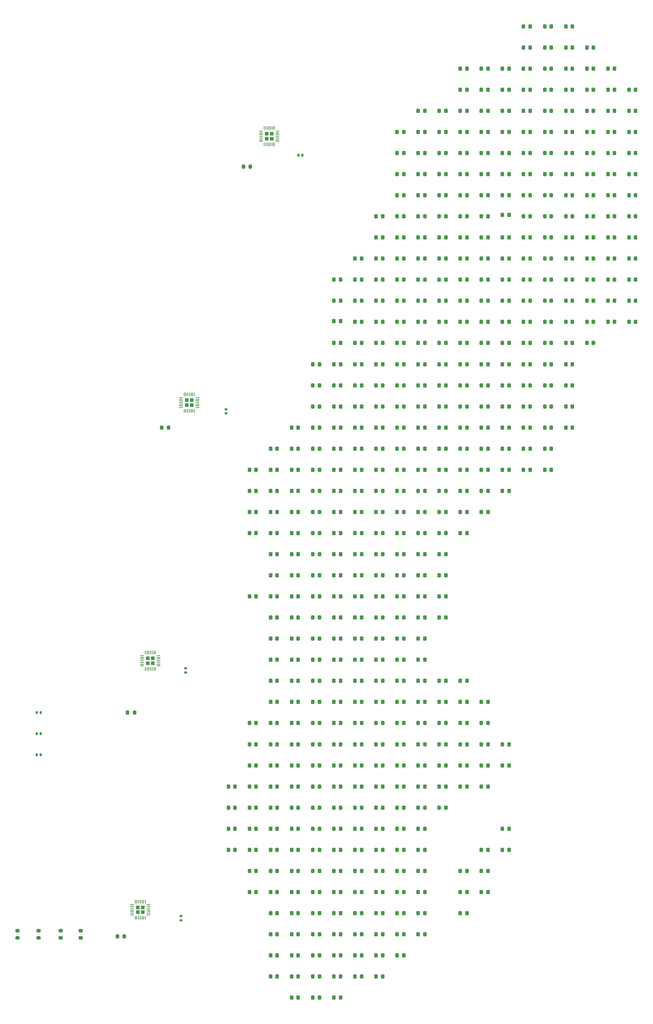
<source format=gtp>
G04 #@! TF.GenerationSoftware,KiCad,Pcbnew,7.0.9*
G04 #@! TF.CreationDate,2024-12-30T15:01:03+01:00*
G04 #@! TF.ProjectId,lightning-map,6c696768-746e-4696-9e67-2d6d61702e6b,rev?*
G04 #@! TF.SameCoordinates,Original*
G04 #@! TF.FileFunction,Paste,Top*
G04 #@! TF.FilePolarity,Positive*
%FSLAX46Y46*%
G04 Gerber Fmt 4.6, Leading zero omitted, Abs format (unit mm)*
G04 Created by KiCad (PCBNEW 7.0.9) date 2024-12-30 15:01:03*
%MOMM*%
%LPD*%
G01*
G04 APERTURE LIST*
G04 Aperture macros list*
%AMRoundRect*
0 Rectangle with rounded corners*
0 $1 Rounding radius*
0 $2 $3 $4 $5 $6 $7 $8 $9 X,Y pos of 4 corners*
0 Add a 4 corners polygon primitive as box body*
4,1,4,$2,$3,$4,$5,$6,$7,$8,$9,$2,$3,0*
0 Add four circle primitives for the rounded corners*
1,1,$1+$1,$2,$3*
1,1,$1+$1,$4,$5*
1,1,$1+$1,$6,$7*
1,1,$1+$1,$8,$9*
0 Add four rect primitives between the rounded corners*
20,1,$1+$1,$2,$3,$4,$5,0*
20,1,$1+$1,$4,$5,$6,$7,0*
20,1,$1+$1,$6,$7,$8,$9,0*
20,1,$1+$1,$8,$9,$2,$3,0*%
G04 Aperture macros list end*
%ADD10RoundRect,0.140000X0.140000X0.170000X-0.140000X0.170000X-0.140000X-0.170000X0.140000X-0.170000X0*%
%ADD11RoundRect,0.218750X-0.218750X-0.256250X0.218750X-0.256250X0.218750X0.256250X-0.218750X0.256250X0*%
%ADD12RoundRect,0.140000X0.170000X-0.140000X0.170000X0.140000X-0.170000X0.140000X-0.170000X-0.140000X0*%
%ADD13RoundRect,0.200000X0.275000X-0.200000X0.275000X0.200000X-0.275000X0.200000X-0.275000X-0.200000X0*%
%ADD14RoundRect,0.200000X-0.200000X-0.275000X0.200000X-0.275000X0.200000X0.275000X-0.200000X0.275000X0*%
%ADD15RoundRect,0.140000X-0.140000X-0.170000X0.140000X-0.170000X0.140000X0.170000X-0.140000X0.170000X0*%
%ADD16RoundRect,0.232500X-0.232500X-0.232500X0.232500X-0.232500X0.232500X0.232500X-0.232500X0.232500X0*%
%ADD17RoundRect,0.050000X-0.362500X-0.050000X0.362500X-0.050000X0.362500X0.050000X-0.362500X0.050000X0*%
%ADD18RoundRect,0.050000X-0.050000X-0.362500X0.050000X-0.362500X0.050000X0.362500X-0.050000X0.362500X0*%
G04 APERTURE END LIST*
D10*
X227020000Y-267500000D03*
X227980000Y-267500000D03*
D11*
X337500000Y-145000000D03*
X339075000Y-145000000D03*
X312500000Y-175000000D03*
X314075000Y-175000000D03*
X287500000Y-255000000D03*
X289075000Y-255000000D03*
X307500000Y-155000000D03*
X309075000Y-155000000D03*
X362500000Y-140000000D03*
X364075000Y-140000000D03*
X317500000Y-130000000D03*
X319075000Y-130000000D03*
X332500000Y-300000000D03*
X334075000Y-300000000D03*
D12*
X262400000Y-247980000D03*
X262400000Y-247020000D03*
D11*
X302500000Y-285000000D03*
X304075000Y-285000000D03*
X297500000Y-155000000D03*
X299075000Y-155000000D03*
X307500000Y-265000000D03*
X309075000Y-265000000D03*
X322500000Y-265000000D03*
X324075000Y-265000000D03*
X322500000Y-130000000D03*
X324075000Y-130000000D03*
X297500000Y-280000000D03*
X299075000Y-280000000D03*
X292500000Y-290000000D03*
X294075000Y-290000000D03*
X282500000Y-285000000D03*
X284075000Y-285000000D03*
X332500000Y-205000000D03*
X334075000Y-205000000D03*
X297500000Y-250000000D03*
X299075000Y-250000000D03*
X292500000Y-305000000D03*
X294075000Y-305000000D03*
X337500000Y-290000000D03*
X339075000Y-290000000D03*
X307500000Y-300000000D03*
X309075000Y-300000000D03*
X332500000Y-130000000D03*
X334075000Y-130000000D03*
X347500000Y-135000000D03*
X349075000Y-135000000D03*
X347500000Y-180000000D03*
X349075000Y-180000000D03*
X287500000Y-285000000D03*
X289075000Y-285000000D03*
X337500000Y-190000000D03*
X339075000Y-190000000D03*
X342500000Y-95000000D03*
X344075000Y-95000000D03*
X322500000Y-155000000D03*
X324075000Y-155000000D03*
X287500000Y-265000000D03*
X289075000Y-265000000D03*
X327500000Y-275000000D03*
X329075000Y-275000000D03*
X302500000Y-165000000D03*
X304075000Y-165000000D03*
X302500000Y-205000000D03*
X304075000Y-205000000D03*
X347500000Y-185000000D03*
X349075000Y-185000000D03*
X342500000Y-150000000D03*
X344075000Y-150000000D03*
X297500000Y-215000000D03*
X299075000Y-215000000D03*
X332500000Y-270000000D03*
X334075000Y-270000000D03*
X282500000Y-220000000D03*
X284075000Y-220000000D03*
X347500000Y-155000000D03*
X349075000Y-155000000D03*
X312500000Y-185000000D03*
X314075000Y-185000000D03*
X347500000Y-140000000D03*
X349075000Y-140000000D03*
X287500000Y-310000000D03*
X289075000Y-310000000D03*
X312500000Y-270000000D03*
X314075000Y-270000000D03*
X292500000Y-230000000D03*
X294075000Y-230000000D03*
X337500000Y-265000000D03*
X339075000Y-265000000D03*
D13*
X227500000Y-310825000D03*
X227500000Y-309175000D03*
D11*
X367500000Y-115000000D03*
X369075000Y-115000000D03*
X272500000Y-285000000D03*
X274075000Y-285000000D03*
X292500000Y-285000000D03*
X294075000Y-285000000D03*
X327500000Y-300000000D03*
X329075000Y-300000000D03*
X342500000Y-110000000D03*
X344075000Y-110000000D03*
X287500000Y-240000000D03*
X289075000Y-240000000D03*
D12*
X271900000Y-186680000D03*
X271900000Y-185720000D03*
D11*
X327500000Y-205000000D03*
X329075000Y-205000000D03*
X307500000Y-180000000D03*
X309075000Y-180000000D03*
X282500000Y-305000000D03*
X284075000Y-305000000D03*
X312500000Y-255000000D03*
X314075000Y-255000000D03*
X302500000Y-280000000D03*
X304075000Y-280000000D03*
X347500000Y-115000000D03*
X349075000Y-115000000D03*
X317500000Y-280000000D03*
X319075000Y-280000000D03*
X357500000Y-145000000D03*
X359075000Y-145000000D03*
X317500000Y-290000000D03*
X319075000Y-290000000D03*
X292500000Y-325000000D03*
X294075000Y-325000000D03*
X357500000Y-135000000D03*
X359075000Y-135000000D03*
X317500000Y-305000000D03*
X319075000Y-305000000D03*
X322500000Y-200000000D03*
X324075000Y-200000000D03*
X302500000Y-195000000D03*
X304075000Y-195000000D03*
X312500000Y-245000000D03*
X314075000Y-245000000D03*
X287500000Y-195000000D03*
X289075000Y-195000000D03*
X292500000Y-215000000D03*
X294075000Y-215000000D03*
X342500000Y-130000000D03*
X344075000Y-130000000D03*
X307500000Y-305000000D03*
X309075000Y-305000000D03*
X347500000Y-160000000D03*
X349075000Y-160000000D03*
X317500000Y-235000000D03*
X319075000Y-235000000D03*
X337500000Y-139640000D03*
X339075000Y-139640000D03*
X297500000Y-300000000D03*
X299075000Y-300000000D03*
X367500000Y-160000000D03*
X369075000Y-160000000D03*
X292500000Y-240000000D03*
X294075000Y-240000000D03*
X327500000Y-210000000D03*
X329075000Y-210000000D03*
X322500000Y-170000000D03*
X324075000Y-170000000D03*
X307500000Y-210000000D03*
X309075000Y-210000000D03*
X317500000Y-265000000D03*
X319075000Y-265000000D03*
X282500000Y-250000000D03*
X284075000Y-250000000D03*
X287500000Y-280000000D03*
X289075000Y-280000000D03*
X337500000Y-180000000D03*
X339075000Y-180000000D03*
X307500000Y-160000000D03*
X309075000Y-160000000D03*
X337500000Y-175000000D03*
X339075000Y-175000000D03*
X322500000Y-160000000D03*
X324075000Y-160000000D03*
X347500000Y-170000000D03*
X349075000Y-170000000D03*
X322500000Y-175000000D03*
X324075000Y-175000000D03*
X277500000Y-285000000D03*
X279075000Y-285000000D03*
X307500000Y-215000000D03*
X309075000Y-215000000D03*
X307500000Y-235000000D03*
X309075000Y-235000000D03*
X277500000Y-260000000D03*
X279075000Y-260000000D03*
X312500000Y-295000000D03*
X314075000Y-295000000D03*
X322500000Y-255000000D03*
X324075000Y-255000000D03*
X307500000Y-230000000D03*
X309075000Y-230000000D03*
X362500000Y-130000000D03*
X364075000Y-130000000D03*
X317500000Y-170000000D03*
X319075000Y-170000000D03*
X302500000Y-150000000D03*
X304075000Y-150000000D03*
X352500000Y-125000000D03*
X354075000Y-125000000D03*
X332500000Y-165000000D03*
X334075000Y-165000000D03*
X332500000Y-210000000D03*
X334075000Y-210000000D03*
X312500000Y-260000000D03*
X314075000Y-260000000D03*
X297500000Y-315000000D03*
X299075000Y-315000000D03*
X292500000Y-265000000D03*
X294075000Y-265000000D03*
X282500000Y-310000000D03*
X284075000Y-310000000D03*
X332500000Y-120000000D03*
X334075000Y-120000000D03*
X357500000Y-105000000D03*
X359075000Y-105000000D03*
X332500000Y-190000000D03*
X334075000Y-190000000D03*
X292500000Y-235000000D03*
X294075000Y-235000000D03*
X307500000Y-275000000D03*
X309075000Y-275000000D03*
X307500000Y-225000000D03*
X309075000Y-225000000D03*
X352500000Y-160000000D03*
X354075000Y-160000000D03*
X347500000Y-145000000D03*
X349075000Y-145000000D03*
X302500000Y-300000000D03*
X304075000Y-300000000D03*
X307500000Y-140000000D03*
X309075000Y-140000000D03*
X362500000Y-105000000D03*
X364075000Y-105000000D03*
X312500000Y-290000000D03*
X314075000Y-290000000D03*
X327500000Y-140000000D03*
X329075000Y-140000000D03*
X287500000Y-295000000D03*
X289075000Y-295000000D03*
X357500000Y-140000000D03*
X359075000Y-140000000D03*
X342500000Y-190000000D03*
X344075000Y-190000000D03*
X312500000Y-170000000D03*
X314075000Y-170000000D03*
X307500000Y-260000000D03*
X309075000Y-260000000D03*
X282500000Y-280000000D03*
X284075000Y-280000000D03*
X297500000Y-225000000D03*
X299075000Y-225000000D03*
X302500000Y-305000000D03*
X304075000Y-305000000D03*
D14*
X246175000Y-310500000D03*
X247825000Y-310500000D03*
X256675000Y-190000000D03*
X258325000Y-190000000D03*
D11*
X342500000Y-155000000D03*
X344075000Y-155000000D03*
X317500000Y-145000000D03*
X319075000Y-145000000D03*
X322500000Y-260000000D03*
X324075000Y-260000000D03*
X347500000Y-130000000D03*
X349075000Y-130000000D03*
X317500000Y-175000000D03*
X319075000Y-175000000D03*
X317500000Y-180000000D03*
X319075000Y-180000000D03*
X317500000Y-205000000D03*
X319075000Y-205000000D03*
X317500000Y-120000000D03*
X319075000Y-120000000D03*
X342500000Y-180000000D03*
X344075000Y-180000000D03*
X277500000Y-265000000D03*
X279075000Y-265000000D03*
X307500000Y-250000000D03*
X309075000Y-250000000D03*
X362500000Y-155000000D03*
X364075000Y-155000000D03*
X342500000Y-105000000D03*
X344075000Y-105000000D03*
X312500000Y-280000000D03*
X314075000Y-280000000D03*
X312500000Y-235000000D03*
X314075000Y-235000000D03*
X327500000Y-145000000D03*
X329075000Y-145000000D03*
X352500000Y-175000000D03*
X354075000Y-175000000D03*
X357500000Y-110000000D03*
X359075000Y-110000000D03*
X277500000Y-200000000D03*
X279075000Y-200000000D03*
X317500000Y-150000000D03*
X319075000Y-150000000D03*
X347500000Y-190000000D03*
X349075000Y-190000000D03*
X322500000Y-205000000D03*
X324075000Y-205000000D03*
X312500000Y-145000000D03*
X314075000Y-145000000D03*
X292500000Y-210000000D03*
X294075000Y-210000000D03*
X322500000Y-120000000D03*
X324075000Y-120000000D03*
X307500000Y-240000000D03*
X309075000Y-240000000D03*
X327500000Y-185000000D03*
X329075000Y-185000000D03*
X302500000Y-225000000D03*
X304075000Y-225000000D03*
X327500000Y-260000000D03*
X329075000Y-260000000D03*
X287500000Y-320000000D03*
X289075000Y-320000000D03*
X282500000Y-265000000D03*
X284075000Y-265000000D03*
X302500000Y-315000000D03*
X304075000Y-315000000D03*
X337500000Y-160000000D03*
X339075000Y-160000000D03*
X312500000Y-165000000D03*
X314075000Y-165000000D03*
X282500000Y-205000000D03*
X284075000Y-205000000D03*
X332500000Y-260000000D03*
X334075000Y-260000000D03*
X332500000Y-110000000D03*
X334075000Y-110000000D03*
X322500000Y-275000000D03*
X324075000Y-275000000D03*
X297500000Y-310000000D03*
X299075000Y-310000000D03*
X352500000Y-100000000D03*
X354075000Y-100000000D03*
X302500000Y-160000000D03*
X304075000Y-160000000D03*
X297500000Y-235000000D03*
X299075000Y-235000000D03*
X317500000Y-240000000D03*
X319075000Y-240000000D03*
X282500000Y-270000000D03*
X284075000Y-270000000D03*
X312500000Y-215000000D03*
X314075000Y-215000000D03*
X307500000Y-270000000D03*
X309075000Y-270000000D03*
X307500000Y-245000000D03*
X309075000Y-245000000D03*
X322500000Y-115000000D03*
X324075000Y-115000000D03*
X322500000Y-215000000D03*
X324075000Y-215000000D03*
X337500000Y-110000000D03*
X339075000Y-110000000D03*
X292500000Y-250000000D03*
X294075000Y-250000000D03*
D14*
X248575000Y-257500000D03*
X250225000Y-257500000D03*
D11*
X322500000Y-180000000D03*
X324075000Y-180000000D03*
D10*
X227980000Y-257500000D03*
X227020000Y-257500000D03*
D11*
X292500000Y-180000000D03*
X294075000Y-180000000D03*
X327500000Y-150000000D03*
X329075000Y-150000000D03*
X312500000Y-130000000D03*
X314075000Y-130000000D03*
X297500000Y-325000000D03*
X299075000Y-325000000D03*
X297500000Y-175000000D03*
X299075000Y-175000000D03*
X327500000Y-130000000D03*
X329075000Y-130000000D03*
X332500000Y-125000000D03*
X334075000Y-125000000D03*
X327500000Y-265000000D03*
X329075000Y-265000000D03*
X327500000Y-270000000D03*
X329075000Y-270000000D03*
X347500000Y-110000000D03*
X349075000Y-110000000D03*
X352500000Y-140000000D03*
X354075000Y-140000000D03*
X347500000Y-100000000D03*
X349075000Y-100000000D03*
X282500000Y-245000000D03*
X284075000Y-245000000D03*
X352500000Y-170000000D03*
X354075000Y-170000000D03*
X322500000Y-210000000D03*
X324075000Y-210000000D03*
X357500000Y-165000000D03*
X359075000Y-165000000D03*
D15*
X289120000Y-125500000D03*
X290080000Y-125500000D03*
D11*
X287500000Y-300000000D03*
X289075000Y-300000000D03*
X307500000Y-255000000D03*
X309075000Y-255000000D03*
X342500000Y-200000000D03*
X344075000Y-200000000D03*
X272500000Y-290000000D03*
X274075000Y-290000000D03*
X317500000Y-245000000D03*
X319075000Y-245000000D03*
X282500000Y-320000000D03*
X284075000Y-320000000D03*
X322500000Y-165000000D03*
X324075000Y-165000000D03*
X302500000Y-175000000D03*
X304075000Y-175000000D03*
X282500000Y-200000000D03*
X284075000Y-200000000D03*
X367500000Y-110000000D03*
X369075000Y-110000000D03*
X292500000Y-175000000D03*
X294075000Y-175000000D03*
X287500000Y-230000000D03*
X289075000Y-230000000D03*
X297500000Y-270000000D03*
X299075000Y-270000000D03*
X357500000Y-130000000D03*
X359075000Y-130000000D03*
X362500000Y-150000000D03*
X364075000Y-150000000D03*
X332500000Y-105000000D03*
X334075000Y-105000000D03*
X327500000Y-200000000D03*
X329075000Y-200000000D03*
X302500000Y-270000000D03*
X304075000Y-270000000D03*
X317500000Y-300000000D03*
X319075000Y-300000000D03*
X282500000Y-290000000D03*
X284075000Y-290000000D03*
X362500000Y-115000000D03*
X364075000Y-115000000D03*
X327500000Y-180000000D03*
X329075000Y-180000000D03*
X332500000Y-275000000D03*
X334075000Y-275000000D03*
X327500000Y-165000000D03*
X329075000Y-165000000D03*
X337500000Y-130000000D03*
X339075000Y-130000000D03*
X292500000Y-245000000D03*
X294075000Y-245000000D03*
X297500000Y-285000000D03*
X299075000Y-285000000D03*
X297500000Y-164820000D03*
X299075000Y-164820000D03*
X327500000Y-175000000D03*
X329075000Y-175000000D03*
X332500000Y-200000000D03*
X334075000Y-200000000D03*
X312500000Y-150000000D03*
X314075000Y-150000000D03*
X317500000Y-135000000D03*
X319075000Y-135000000D03*
X312500000Y-135000000D03*
X314075000Y-135000000D03*
X342500000Y-120000000D03*
X344075000Y-120000000D03*
D12*
X261300000Y-306680000D03*
X261300000Y-305720000D03*
D11*
X332500000Y-160000000D03*
X334075000Y-160000000D03*
X277500000Y-280000000D03*
X279075000Y-280000000D03*
X292500000Y-255000000D03*
X294075000Y-255000000D03*
X347500000Y-175000000D03*
X349075000Y-175000000D03*
X367500000Y-155000000D03*
X369075000Y-155000000D03*
X342500000Y-170000000D03*
X344075000Y-170000000D03*
X282500000Y-260000000D03*
X284075000Y-260000000D03*
X302500000Y-240000000D03*
X304075000Y-240000000D03*
X332500000Y-175000000D03*
X334075000Y-175000000D03*
X317500000Y-250000000D03*
X319075000Y-250000000D03*
X292500000Y-270000000D03*
X294075000Y-270000000D03*
X302500000Y-260000000D03*
X304075000Y-260000000D03*
X327500000Y-190000000D03*
X329075000Y-190000000D03*
X337500000Y-135000000D03*
X339075000Y-135000000D03*
X337500000Y-165000000D03*
X339075000Y-165000000D03*
D16*
X281625000Y-120462500D03*
X281625000Y-121612500D03*
X282775000Y-120462500D03*
X282775000Y-121612500D03*
D17*
X280262500Y-119837500D03*
X280262500Y-120237500D03*
X280262500Y-120637500D03*
X280262500Y-121037500D03*
X280262500Y-121437500D03*
X280262500Y-121837500D03*
X280262500Y-122237500D03*
D18*
X281000000Y-122975000D03*
X281400000Y-122975000D03*
X281800000Y-122975000D03*
X282200000Y-122975000D03*
X282600000Y-122975000D03*
X283000000Y-122975000D03*
X283400000Y-122975000D03*
D17*
X284137500Y-122237500D03*
X284137500Y-121837500D03*
X284137500Y-121437500D03*
X284137500Y-121037500D03*
X284137500Y-120637500D03*
X284137500Y-120237500D03*
X284137500Y-119837500D03*
D18*
X283400000Y-119100000D03*
X283000000Y-119100000D03*
X282600000Y-119100000D03*
X282200000Y-119100000D03*
X281800000Y-119100000D03*
X281400000Y-119100000D03*
X281000000Y-119100000D03*
D11*
X287500000Y-200000000D03*
X289075000Y-200000000D03*
X322500000Y-145000000D03*
X324075000Y-145000000D03*
X312500000Y-210000000D03*
X314075000Y-210000000D03*
X312500000Y-310000000D03*
X314075000Y-310000000D03*
X332500000Y-290000000D03*
X334075000Y-290000000D03*
X302500000Y-310000000D03*
X304075000Y-310000000D03*
X292500000Y-260000000D03*
X294075000Y-260000000D03*
X292500000Y-275000000D03*
X294075000Y-275000000D03*
X337500000Y-200000000D03*
X339075000Y-200000000D03*
X287500000Y-220000000D03*
X289075000Y-220000000D03*
X337500000Y-185000000D03*
X339075000Y-185000000D03*
X287500000Y-270000000D03*
X289075000Y-270000000D03*
X277500000Y-210000000D03*
X279075000Y-210000000D03*
X322500000Y-230000000D03*
X324075000Y-230000000D03*
X317500000Y-260000000D03*
X319075000Y-260000000D03*
X362500000Y-135000000D03*
X364075000Y-135000000D03*
X367500000Y-165000000D03*
X369075000Y-165000000D03*
X317500000Y-155000000D03*
X319075000Y-155000000D03*
X352500000Y-145000000D03*
X354075000Y-145000000D03*
X297500000Y-230000000D03*
X299075000Y-230000000D03*
X292500000Y-300000000D03*
X294075000Y-300000000D03*
X292500000Y-220000000D03*
X294075000Y-220000000D03*
X337500000Y-170000000D03*
X339075000Y-170000000D03*
X297500000Y-255000000D03*
X299075000Y-255000000D03*
X332500000Y-115000000D03*
X334075000Y-115000000D03*
X317500000Y-270000000D03*
X319075000Y-270000000D03*
X292500000Y-280000000D03*
X294075000Y-280000000D03*
X327500000Y-215000000D03*
X329075000Y-215000000D03*
X352500000Y-190000000D03*
X354075000Y-190000000D03*
X327500000Y-250000000D03*
X329075000Y-250000000D03*
D13*
X222500000Y-310825000D03*
X222500000Y-309175000D03*
D11*
X282500000Y-300000000D03*
X284075000Y-300000000D03*
X357500000Y-155000000D03*
X359075000Y-155000000D03*
X342500000Y-140000000D03*
X344075000Y-140000000D03*
X307500000Y-290000000D03*
X309075000Y-290000000D03*
X287500000Y-215000000D03*
X289075000Y-215000000D03*
X352500000Y-150000000D03*
X354075000Y-150000000D03*
X307500000Y-295000000D03*
X309075000Y-295000000D03*
X297500000Y-200000000D03*
X299075000Y-200000000D03*
X312500000Y-140000000D03*
X314075000Y-140000000D03*
X322500000Y-235000000D03*
X324075000Y-235000000D03*
X322500000Y-250000000D03*
X324075000Y-250000000D03*
X337500000Y-155000000D03*
X339075000Y-155000000D03*
X292500000Y-195000000D03*
X294075000Y-195000000D03*
X297500000Y-265000000D03*
X299075000Y-265000000D03*
X367500000Y-135000000D03*
X369075000Y-135000000D03*
X297500000Y-160000000D03*
X299075000Y-160000000D03*
X307500000Y-150000000D03*
X309075000Y-150000000D03*
X292500000Y-315000000D03*
X294075000Y-315000000D03*
D14*
X276075000Y-128200000D03*
X277725000Y-128200000D03*
D11*
X302500000Y-235000000D03*
X304075000Y-235000000D03*
D13*
X232700000Y-310825000D03*
X232700000Y-309175000D03*
D11*
X317500000Y-285000000D03*
X319075000Y-285000000D03*
X362500000Y-110000000D03*
X364075000Y-110000000D03*
X352500000Y-185000000D03*
X354075000Y-185000000D03*
X307500000Y-170000000D03*
X309075000Y-170000000D03*
X342500000Y-100000000D03*
X344075000Y-100000000D03*
X312500000Y-180000000D03*
X314075000Y-180000000D03*
X332500000Y-150000000D03*
X334075000Y-150000000D03*
X302500000Y-275000000D03*
X304075000Y-275000000D03*
X297500000Y-205000000D03*
X299075000Y-205000000D03*
X312500000Y-120000000D03*
X314075000Y-120000000D03*
X302500000Y-295000000D03*
X304075000Y-295000000D03*
X317500000Y-255000000D03*
X319075000Y-255000000D03*
X357500000Y-100000000D03*
X359075000Y-100000000D03*
X322500000Y-150000000D03*
X324075000Y-150000000D03*
D10*
X227980000Y-262500000D03*
X227020000Y-262500000D03*
D11*
X337500000Y-115000000D03*
X339075000Y-115000000D03*
X344075000Y-195000000D03*
X342500000Y-195000000D03*
X357500000Y-150000000D03*
X359075000Y-150000000D03*
X287500000Y-225000000D03*
X289075000Y-225000000D03*
X307500000Y-200000000D03*
X309075000Y-200000000D03*
X312500000Y-195000000D03*
X314075000Y-195000000D03*
X367500000Y-120000000D03*
X369075000Y-120000000D03*
X367500000Y-130000000D03*
X369075000Y-130000000D03*
X292500000Y-200000000D03*
X294075000Y-200000000D03*
X307500000Y-220000000D03*
X309075000Y-220000000D03*
X302500000Y-170000000D03*
X304075000Y-170000000D03*
X322500000Y-220000000D03*
X324075000Y-220000000D03*
X302500000Y-265000000D03*
X304075000Y-265000000D03*
X337500000Y-270000000D03*
X339075000Y-270000000D03*
X357500000Y-115000000D03*
X359075000Y-115000000D03*
X367500000Y-150000000D03*
X369075000Y-150000000D03*
X272500000Y-280000000D03*
X274075000Y-280000000D03*
X277500000Y-300000000D03*
X279075000Y-300000000D03*
X307500000Y-175000000D03*
X309075000Y-175000000D03*
X307500000Y-310000000D03*
X309075000Y-310000000D03*
X357500000Y-170000000D03*
X359075000Y-170000000D03*
X312500000Y-230000000D03*
X314075000Y-230000000D03*
X292500000Y-185000000D03*
X294075000Y-185000000D03*
X342500000Y-145000000D03*
X344075000Y-145000000D03*
X337500000Y-150000000D03*
X339075000Y-150000000D03*
X337500000Y-120000000D03*
X339075000Y-120000000D03*
X292500000Y-190000000D03*
X294075000Y-190000000D03*
X287500000Y-290000000D03*
X289075000Y-290000000D03*
X302500000Y-155000000D03*
X304075000Y-155000000D03*
X287500000Y-275000000D03*
X289075000Y-275000000D03*
X287500000Y-325000000D03*
X289075000Y-325000000D03*
X297500000Y-275000000D03*
X299075000Y-275000000D03*
X317500000Y-230000000D03*
X319075000Y-230000000D03*
X367500000Y-125000000D03*
X369075000Y-125000000D03*
X322500000Y-135000000D03*
X324075000Y-135000000D03*
X352500000Y-110000000D03*
X354075000Y-110000000D03*
X312500000Y-240000000D03*
X314075000Y-240000000D03*
X317500000Y-190000000D03*
X319075000Y-190000000D03*
X282500000Y-215000000D03*
X284075000Y-215000000D03*
X352500000Y-135000000D03*
X354075000Y-135000000D03*
X277500000Y-230000000D03*
X279075000Y-230000000D03*
X292500000Y-320000000D03*
X294075000Y-320000000D03*
X317500000Y-220000000D03*
X319075000Y-220000000D03*
X272500000Y-275000000D03*
X274075000Y-275000000D03*
X327500000Y-120000000D03*
X329075000Y-120000000D03*
X282500000Y-235000000D03*
X284075000Y-235000000D03*
X312500000Y-220000000D03*
X314075000Y-220000000D03*
X297500000Y-320000000D03*
X299075000Y-320000000D03*
X297500000Y-295000000D03*
X299075000Y-295000000D03*
X327500000Y-255000000D03*
X329075000Y-255000000D03*
X312500000Y-155000000D03*
X314075000Y-155000000D03*
X297500000Y-190000000D03*
X299075000Y-190000000D03*
X282500000Y-240000000D03*
X284075000Y-240000000D03*
X302500000Y-290000000D03*
X304075000Y-290000000D03*
X302500000Y-255000000D03*
X304075000Y-255000000D03*
X312500000Y-125000000D03*
X314075000Y-125000000D03*
X297500000Y-185000000D03*
X299075000Y-185000000D03*
X307500000Y-205000000D03*
X309075000Y-205000000D03*
X302500000Y-250000000D03*
X304075000Y-250000000D03*
X302500000Y-180000000D03*
X304075000Y-180000000D03*
X362500000Y-160000000D03*
X364075000Y-160000000D03*
X332500000Y-135000000D03*
X334075000Y-135000000D03*
X302500000Y-210000000D03*
X304075000Y-210000000D03*
X327500000Y-115000000D03*
X329075000Y-115000000D03*
X342500000Y-125000000D03*
X344075000Y-125000000D03*
X287500000Y-235000000D03*
X289075000Y-235000000D03*
X287500000Y-315000000D03*
X289075000Y-315000000D03*
X322500000Y-140000000D03*
X324075000Y-140000000D03*
X332500000Y-180000000D03*
X334075000Y-180000000D03*
X317500000Y-275000000D03*
X319075000Y-275000000D03*
X282500000Y-255000000D03*
X284075000Y-255000000D03*
X362500000Y-145000000D03*
X364075000Y-145000000D03*
X277500000Y-270000000D03*
X279075000Y-270000000D03*
X282500000Y-210000000D03*
X284075000Y-210000000D03*
X307500000Y-165000000D03*
X309075000Y-165000000D03*
X307500000Y-185000000D03*
X309075000Y-185000000D03*
X287500000Y-190000000D03*
X289075000Y-190000000D03*
X292500000Y-205000000D03*
X294075000Y-205000000D03*
X302500000Y-190000000D03*
X304075000Y-190000000D03*
X332500000Y-140000000D03*
X334075000Y-140000000D03*
X317500000Y-215000000D03*
X319075000Y-215000000D03*
X347500000Y-150000000D03*
X349075000Y-150000000D03*
X347500000Y-200000000D03*
X349075000Y-200000000D03*
X322500000Y-270000000D03*
X324075000Y-270000000D03*
X317500000Y-210000000D03*
X319075000Y-210000000D03*
X327500000Y-125000000D03*
X329075000Y-125000000D03*
X362500000Y-125000000D03*
X364075000Y-125000000D03*
D16*
X251025000Y-303625000D03*
X251025000Y-304775000D03*
X252175000Y-303625000D03*
X252175000Y-304775000D03*
D17*
X249662500Y-303000000D03*
X249662500Y-303400000D03*
X249662500Y-303800000D03*
X249662500Y-304200000D03*
X249662500Y-304600000D03*
X249662500Y-305000000D03*
X249662500Y-305400000D03*
D18*
X250400000Y-306137500D03*
X250800000Y-306137500D03*
X251200000Y-306137500D03*
X251600000Y-306137500D03*
X252000000Y-306137500D03*
X252400000Y-306137500D03*
X252800000Y-306137500D03*
D17*
X253537500Y-305400000D03*
X253537500Y-305000000D03*
X253537500Y-304600000D03*
X253537500Y-304200000D03*
X253537500Y-303800000D03*
X253537500Y-303400000D03*
X253537500Y-303000000D03*
D18*
X252800000Y-302262500D03*
X252400000Y-302262500D03*
X252000000Y-302262500D03*
X251600000Y-302262500D03*
X251200000Y-302262500D03*
X250800000Y-302262500D03*
X250400000Y-302262500D03*
D16*
X262625000Y-183525000D03*
X262625000Y-184675000D03*
X263775000Y-183525000D03*
X263775000Y-184675000D03*
D17*
X261262500Y-182900000D03*
X261262500Y-183300000D03*
X261262500Y-183700000D03*
X261262500Y-184100000D03*
X261262500Y-184500000D03*
X261262500Y-184900000D03*
X261262500Y-185300000D03*
D18*
X262000000Y-186037500D03*
X262400000Y-186037500D03*
X262800000Y-186037500D03*
X263200000Y-186037500D03*
X263600000Y-186037500D03*
X264000000Y-186037500D03*
X264400000Y-186037500D03*
D17*
X265137500Y-185300000D03*
X265137500Y-184900000D03*
X265137500Y-184500000D03*
X265137500Y-184100000D03*
X265137500Y-183700000D03*
X265137500Y-183300000D03*
X265137500Y-182900000D03*
D18*
X264400000Y-182162500D03*
X264000000Y-182162500D03*
X263600000Y-182162500D03*
X263200000Y-182162500D03*
X262800000Y-182162500D03*
X262400000Y-182162500D03*
X262000000Y-182162500D03*
D11*
X332500000Y-185000000D03*
X334075000Y-185000000D03*
X317500000Y-140000000D03*
X319075000Y-140000000D03*
X302500000Y-200000000D03*
X304075000Y-200000000D03*
X337500000Y-125000000D03*
X339075000Y-125000000D03*
X317500000Y-160000000D03*
X319075000Y-160000000D03*
X292500000Y-295000000D03*
X294075000Y-295000000D03*
X347500000Y-165000000D03*
X349075000Y-165000000D03*
X342500000Y-115000000D03*
X344075000Y-115000000D03*
X362500000Y-165000000D03*
X364075000Y-165000000D03*
X332500000Y-170000000D03*
X334075000Y-170000000D03*
X357500000Y-160000000D03*
X359075000Y-160000000D03*
X297500000Y-290000000D03*
X299075000Y-290000000D03*
X327500000Y-110000000D03*
X329075000Y-110000000D03*
X347500000Y-95000000D03*
X349075000Y-95000000D03*
X292500000Y-225000000D03*
X294075000Y-225000000D03*
X282500000Y-315000000D03*
X284075000Y-315000000D03*
X347500000Y-125000000D03*
X349075000Y-125000000D03*
X307500000Y-320000000D03*
X309075000Y-320000000D03*
X312500000Y-160000000D03*
X314075000Y-160000000D03*
X312500000Y-285000000D03*
X314075000Y-285000000D03*
X312500000Y-205000000D03*
X314075000Y-205000000D03*
X302500000Y-220000000D03*
X304075000Y-220000000D03*
X357500000Y-125000000D03*
X359075000Y-125000000D03*
X312500000Y-265000000D03*
X314075000Y-265000000D03*
X332500000Y-195000000D03*
X334075000Y-195000000D03*
X317500000Y-165000000D03*
X319075000Y-165000000D03*
X337500000Y-205000000D03*
X339075000Y-205000000D03*
X312500000Y-190000000D03*
X314075000Y-190000000D03*
X367500000Y-145000000D03*
X369075000Y-145000000D03*
X312500000Y-200000000D03*
X314075000Y-200000000D03*
X307500000Y-195000000D03*
X309075000Y-195000000D03*
X302500000Y-230000000D03*
X304075000Y-230000000D03*
X352500000Y-120000000D03*
X354075000Y-120000000D03*
X332500000Y-155000000D03*
X334075000Y-155000000D03*
X317500000Y-310000000D03*
X319075000Y-310000000D03*
X327500000Y-135000000D03*
X329075000Y-135000000D03*
X357500000Y-120000000D03*
X359075000Y-120000000D03*
X307500000Y-280000000D03*
X309075000Y-280000000D03*
X322500000Y-195000000D03*
X324075000Y-195000000D03*
X327500000Y-105000000D03*
X329075000Y-105000000D03*
X347500000Y-105000000D03*
X349075000Y-105000000D03*
X282500000Y-275000000D03*
X284075000Y-275000000D03*
X312500000Y-300000000D03*
X314075000Y-300000000D03*
X312500000Y-225000000D03*
X314075000Y-225000000D03*
X307500000Y-315000000D03*
X309075000Y-315000000D03*
X282500000Y-295000000D03*
X284075000Y-295000000D03*
X307500000Y-285000000D03*
X309075000Y-285000000D03*
D16*
X253425000Y-244662500D03*
X253425000Y-245812500D03*
X254575000Y-244662500D03*
X254575000Y-245812500D03*
D17*
X252062500Y-244037500D03*
X252062500Y-244437500D03*
X252062500Y-244837500D03*
X252062500Y-245237500D03*
X252062500Y-245637500D03*
X252062500Y-246037500D03*
X252062500Y-246437500D03*
D18*
X252800000Y-247175000D03*
X253200000Y-247175000D03*
X253600000Y-247175000D03*
X254000000Y-247175000D03*
X254400000Y-247175000D03*
X254800000Y-247175000D03*
X255200000Y-247175000D03*
D17*
X255937500Y-246437500D03*
X255937500Y-246037500D03*
X255937500Y-245637500D03*
X255937500Y-245237500D03*
X255937500Y-244837500D03*
X255937500Y-244437500D03*
X255937500Y-244037500D03*
D18*
X255200000Y-243300000D03*
X254800000Y-243300000D03*
X254400000Y-243300000D03*
X254000000Y-243300000D03*
X253600000Y-243300000D03*
X253200000Y-243300000D03*
X252800000Y-243300000D03*
D11*
X327500000Y-155000000D03*
X329075000Y-155000000D03*
X287500000Y-245000000D03*
X289075000Y-245000000D03*
X367500000Y-140000000D03*
X369075000Y-140000000D03*
X317500000Y-295000000D03*
X319075000Y-295000000D03*
X297500000Y-210000000D03*
X299075000Y-210000000D03*
X292500000Y-310000000D03*
X294075000Y-310000000D03*
X302500000Y-215000000D03*
X304075000Y-215000000D03*
X302500000Y-320000000D03*
X304075000Y-320000000D03*
X342500000Y-185000000D03*
X344075000Y-185000000D03*
X297500000Y-195000000D03*
X299075000Y-195000000D03*
X277500000Y-290000000D03*
X279075000Y-290000000D03*
X327500000Y-295000000D03*
X329075000Y-295000000D03*
X297500000Y-170000000D03*
X299075000Y-170000000D03*
X332500000Y-255000000D03*
X334075000Y-255000000D03*
X352500000Y-165000000D03*
X354075000Y-165000000D03*
X312500000Y-275000000D03*
X314075000Y-275000000D03*
X322500000Y-225000000D03*
X324075000Y-225000000D03*
X322500000Y-190000000D03*
X324075000Y-190000000D03*
X337500000Y-285000000D03*
X339075000Y-285000000D03*
X317500000Y-195000000D03*
X319075000Y-195000000D03*
X322500000Y-125000000D03*
X324075000Y-125000000D03*
X342500000Y-175000000D03*
X344075000Y-175000000D03*
X297500000Y-240000000D03*
X299075000Y-240000000D03*
X287500000Y-260000000D03*
X289075000Y-260000000D03*
X342500000Y-165000000D03*
X344075000Y-165000000D03*
X317500000Y-225000000D03*
X319075000Y-225000000D03*
X322500000Y-280000000D03*
X324075000Y-280000000D03*
X342500000Y-160000000D03*
X344075000Y-160000000D03*
X327500000Y-305000000D03*
X329075000Y-305000000D03*
X332500000Y-145000000D03*
X334075000Y-145000000D03*
X277500000Y-275000000D03*
X279075000Y-275000000D03*
X347500000Y-195000000D03*
X349075000Y-195000000D03*
X322500000Y-185000000D03*
X324075000Y-185000000D03*
X352500000Y-155000000D03*
X354075000Y-155000000D03*
X317500000Y-200000000D03*
X319075000Y-200000000D03*
X297500000Y-180000000D03*
X299075000Y-180000000D03*
X297500000Y-245000000D03*
X299075000Y-245000000D03*
X347500000Y-120000000D03*
X349075000Y-120000000D03*
X297500000Y-305000000D03*
X299075000Y-305000000D03*
X317500000Y-125000000D03*
X319075000Y-125000000D03*
X327500000Y-195000000D03*
X329075000Y-195000000D03*
X362500000Y-120000000D03*
X364075000Y-120000000D03*
X282500000Y-230000000D03*
X284075000Y-230000000D03*
X337500000Y-195000000D03*
X339075000Y-195000000D03*
X277500000Y-215000000D03*
X279075000Y-215000000D03*
X352500000Y-115000000D03*
X354075000Y-115000000D03*
X297500000Y-220000000D03*
X299075000Y-220000000D03*
X287500000Y-205000000D03*
X289075000Y-205000000D03*
X317500000Y-185000000D03*
X319075000Y-185000000D03*
X312500000Y-305000000D03*
X314075000Y-305000000D03*
X282500000Y-225000000D03*
X284075000Y-225000000D03*
X317500000Y-115000000D03*
X319075000Y-115000000D03*
X337500000Y-105000000D03*
X339075000Y-105000000D03*
X287500000Y-305000000D03*
X289075000Y-305000000D03*
X352500000Y-95000000D03*
X354075000Y-95000000D03*
X277500000Y-205000000D03*
X279075000Y-205000000D03*
X327500000Y-160000000D03*
X329075000Y-160000000D03*
X287500000Y-250000000D03*
X289075000Y-250000000D03*
X307500000Y-145000000D03*
X309075000Y-145000000D03*
X282500000Y-195000000D03*
X284075000Y-195000000D03*
X352500000Y-180000000D03*
X354075000Y-180000000D03*
X287500000Y-210000000D03*
X289075000Y-210000000D03*
X352500000Y-105000000D03*
X354075000Y-105000000D03*
X352500000Y-130000000D03*
X354075000Y-130000000D03*
X302500000Y-245000000D03*
X304075000Y-245000000D03*
X277500000Y-295000000D03*
X279075000Y-295000000D03*
X312500000Y-250000000D03*
X314075000Y-250000000D03*
X327500000Y-170000000D03*
X329075000Y-170000000D03*
D13*
X237500000Y-310825000D03*
X237500000Y-309175000D03*
D11*
X332500000Y-265000000D03*
X334075000Y-265000000D03*
X297500000Y-260000000D03*
X299075000Y-260000000D03*
X307500000Y-190000000D03*
X309075000Y-190000000D03*
X312500000Y-315000000D03*
X314075000Y-315000000D03*
X332500000Y-295000000D03*
X334075000Y-295000000D03*
X302500000Y-185000000D03*
X304075000Y-185000000D03*
X342500000Y-135000000D03*
X344075000Y-135000000D03*
M02*

</source>
